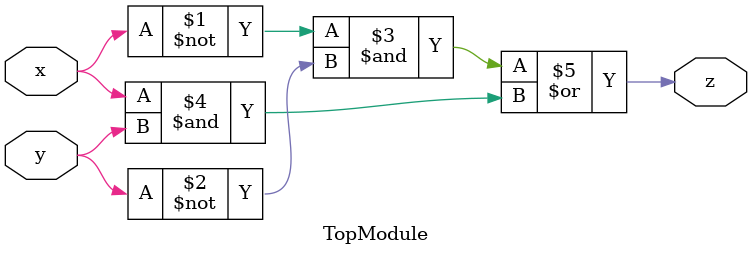
<source format=sv>


module TopModule (
  input x,
  input y,
  output z
);

assign z = (~x & ~y) | (x & y);
endmodule

</source>
